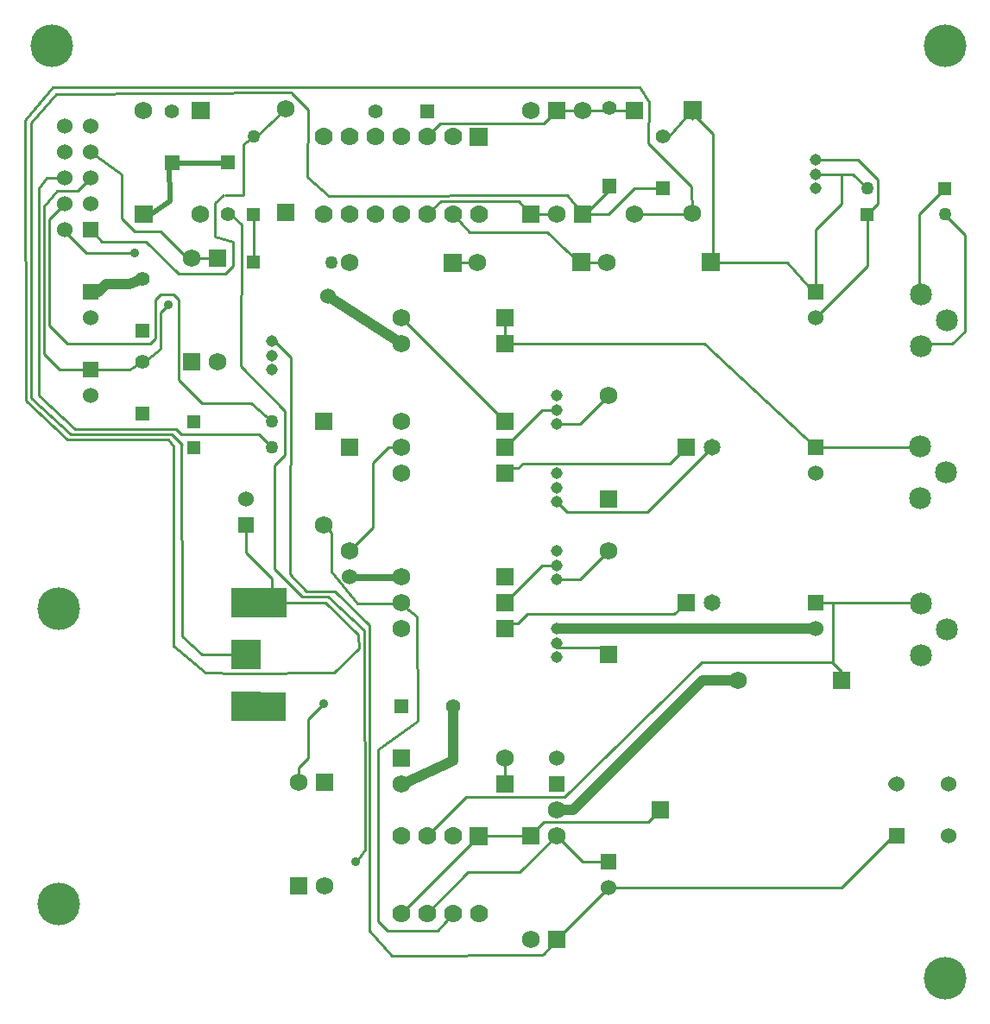
<source format=gbl>
G04 start of page 3 for group 1 idx 1 *
G04 Title: (unknown), ground *
G04 Creator: pcb 20110918 *
G04 CreationDate: Wed 23 Apr 2014 07:32:42 GMT UTC *
G04 For: ksarkies *
G04 Format: Gerber/RS-274X *
G04 PCB-Dimensions: 390000 390000 *
G04 PCB-Coordinate-Origin: lower left *
%MOIN*%
%FSLAX25Y25*%
%LNBOTTOM*%
%ADD59C,0.0780*%
%ADD58C,0.0430*%
%ADD57C,0.1140*%
%ADD56C,0.0280*%
%ADD55C,0.0300*%
%ADD54C,0.0290*%
%ADD53C,0.0380*%
%ADD52C,0.0360*%
%ADD51C,0.0650*%
%ADD50C,0.1650*%
%ADD49C,0.0550*%
%ADD48C,0.0500*%
%ADD47C,0.0700*%
%ADD46C,0.0850*%
%ADD45C,0.0450*%
%ADD44C,0.0680*%
%ADD43C,0.0001*%
%ADD42C,0.0350*%
%ADD41C,0.0250*%
%ADD40C,0.0600*%
%ADD39C,0.0400*%
%ADD38C,0.0200*%
%ADD37C,0.0100*%
G54D37*X216400Y303100D02*X230000Y290000D01*
X272450Y310000D02*X250000D01*
X280000Y291500D02*X279650Y290000D01*
X230000Y310000D02*X240000D01*
X280000Y291500D02*X279650Y290000D01*
X240000Y291500D02*X230000D01*
X224448Y317132D02*X230000Y310000D01*
X210000D02*X205368Y314844D01*
X170000Y310000D02*X175368Y314844D01*
X205368D02*X175368D01*
X180000Y310000D02*X186400Y303100D01*
X216400D02*X186400D01*
X210000Y310000D02*X220000D01*
X189500Y291500D02*X180200D01*
X179900Y291200D01*
X272450Y310200D02*Y310000D01*
X240400Y320900D02*Y319400D01*
X230750Y309750D01*
X336250Y331000D02*X344000Y323250D01*
X334500Y325500D02*X340000Y320000D01*
X344000Y323250D02*Y314000D01*
X340100Y320000D02*X340000D01*
X360000Y310000D02*X370000Y320000D01*
X344000Y314000D02*X340000Y310000D01*
X370100Y320200D02*Y320000D01*
X370000D01*
X336250Y331000D02*X320000D01*
X334500Y325500D02*X330000D01*
X320000D01*
X370000Y310000D02*Y309800D01*
X377700Y302100D01*
X277000Y260000D02*X320000Y220000D01*
X360000D02*X320000D01*
Y270000D02*X340000Y290000D01*
X360000Y280000D02*Y310000D01*
X377700Y302100D02*Y264800D01*
X372800Y259900D01*
X360000Y260000D01*
X110300Y262600D02*X111300Y261000D01*
X110300Y262600D02*Y261700D01*
X117200Y254800D01*
X110000Y261000D02*Y262600D01*
X110300D01*
X110000Y261000D02*X111250D01*
X115000Y234000D02*X98000Y251500D01*
X105000Y225000D02*X110000Y220000D01*
X102000Y237000D02*X110000Y230000D01*
X130000D02*X129950Y230050D01*
X83000Y237000D02*X102000D01*
X160000Y220000D02*X155000D01*
X330000Y325500D02*Y314000D01*
X320000Y304000D02*X330000Y314000D01*
X340100Y320200D02*Y320000D01*
X340000Y290000D02*Y310000D01*
X271950Y320800D02*X272450Y310200D01*
X250000Y320000D02*X261000D01*
X280000Y291500D02*X280300Y291800D01*
X320000Y280000D02*Y304000D01*
X281000Y291500D02*X309000D01*
X320000Y279000D01*
X79000Y293000D02*X78350D01*
X133000Y291500D02*Y290500D01*
X79000Y293000D02*X78350D01*
X79000D02*Y293100D01*
X79250D01*
X92000Y287000D02*X95000Y290000D01*
Y299500D01*
X92000Y317500D02*X99000D01*
X95000Y299500D02*X88000Y301500D01*
Y314500D01*
X91500Y317500D01*
G54D38*X70500Y329800D02*X92800D01*
G54D37*X93000Y330000D01*
G54D38*X70500Y329800D02*X70640Y314860D01*
G54D37*X85500Y310000D03*
X99000Y317500D02*Y337000D01*
X103000Y340000D01*
X102500Y339500D02*X103200D01*
X76000Y287000D02*X92000D01*
X76500D02*X74000D01*
X89000Y293000D02*X77500D01*
X67000Y303500D01*
X74000Y287000D02*X61500Y299500D01*
X117900Y356200D02*X117700Y356700D01*
X26735Y356365D02*X117735Y356965D01*
X117700Y356700D02*X123908Y350500D01*
X25500Y359100D02*X14889Y346700D01*
X25500Y359100D02*X25400D01*
X26750Y356300D02*X17400Y345550D01*
X16922Y345000D02*X17377Y345523D01*
X103200Y339500D02*X115300Y350600D01*
X114600Y349900D01*
X67000Y258000D02*X60507Y252507D01*
X40000Y250000D02*X28000D01*
X22000Y256000D01*
X24000Y267000D02*X31000Y260000D01*
X63000D01*
X65000Y262000D01*
X57000Y295000D02*X56000D01*
G54D39*X60000Y285000D02*X55000Y283000D01*
G54D37*X65000Y262000D02*Y277000D01*
X67000Y279000D01*
Y303500D02*X57000D01*
G54D39*X40000Y280000D02*X43000D01*
X46000Y283000D02*X43000Y280000D01*
X55000Y283000D02*X46000D01*
G54D37*X38500Y295000D02*X57000D01*
X30000Y303400D02*X38500Y295000D01*
X61500Y299500D02*X44500D01*
X32200Y225000D02*X17000Y239000D01*
X20000Y240000D02*X34000Y227000D01*
X15000Y238000D02*X30900Y222900D01*
X70000Y223000D01*
X71200Y224900D02*X32200Y225000D01*
X34000Y227000D02*X73000D01*
X105000Y225000D02*X75059D01*
X73000Y227000D01*
X40000Y280000D03*
X55000Y250000D02*X40000D01*
G54D39*Y270000D02*X39400D01*
X39700Y239700D02*X40000Y240000D01*
Y239700D01*
X39700D01*
G54D40*X79000Y253000D03*
G54D37*X74000Y246000D02*X83000Y237000D01*
X60000Y253000D03*
X55000Y250000D02*X60000Y253000D01*
G54D39*Y233000D02*X59800D01*
G54D37*X67000Y272000D02*X70000Y275000D01*
X67000Y272000D02*Y258000D01*
Y279000D02*X72000D01*
X74000Y277000D01*
Y246000D01*
G54D38*X70640Y314860D02*X63500Y310000D01*
D03*
G54D37*X27000Y319000D02*X35000D01*
X30000Y324000D02*X23000D01*
X27000Y319000D02*X22000Y313000D01*
X30000Y314000D02*X24000Y308000D01*
X15000Y238000D02*X14617Y346383D01*
X17000Y239000D02*X16922Y345000D01*
X22000Y256000D02*Y313000D01*
X23000Y324000D02*X20000Y320000D01*
Y240000D01*
X24000Y308000D02*Y267000D01*
X51902Y325402D02*X40000Y334000D01*
X35000Y319000D02*X40000Y324000D01*
X52000Y308500D02*X52004Y325325D01*
X52000Y325329D01*
X57000Y303500D02*X52000Y308500D01*
X44500Y299500D02*X40000Y304000D01*
X166900Y263100D02*X160000Y270000D01*
X200000D02*Y260000D01*
Y230000D02*X166900Y263100D01*
X161050Y228000D02*X160000D01*
Y230000D01*
Y228000D01*
X161050D01*
X111250Y261000D02*X110300Y262600D01*
G54D39*X131800Y278400D02*Y278800D01*
X131500D01*
G54D37*X160800Y219800D02*X161000Y220000D01*
X155000D02*X149000Y214000D01*
X71999Y220599D02*X72099Y143014D01*
X75000Y221600D02*X75200Y147000D01*
X72100Y143199D02*X72099Y143200D01*
X72100D01*
X100000Y140000D02*X83000D01*
X97304Y132798D02*X84520Y132918D01*
X83000Y140000D02*X75200Y147100D01*
X84395Y133000D02*X72100Y143199D01*
X134300Y164500D02*X147700Y151200D01*
X145800Y149300D02*X131800Y162200D01*
X133000Y172000D02*X143000Y159600D01*
G54D41*X139700Y169700D02*X159700D01*
X160000Y170000D01*
Y169800D01*
X159900Y169700D01*
G54D37*X110000Y160000D02*X130600D01*
X143000Y159600D02*X159600D01*
X160000Y160000D02*Y159900D01*
X159700Y159600D01*
X130600Y160000D02*X143500Y147800D01*
X110000Y169400D02*Y160000D01*
Y160300D02*X110400Y159900D01*
X110000Y160000D02*X110079D01*
X143500Y147800D02*X143600Y142400D01*
X134000Y133000D01*
X97304Y132798D01*
X131800Y162200D02*X121700D01*
X111000Y172900D01*
X123500Y164500D02*X134300D01*
X116900Y171100D02*X123500Y164500D01*
X130000Y190000D02*X133000Y187000D01*
X149000Y214000D02*Y189000D01*
X140000Y180000D01*
X140500Y180500D01*
X133000Y187000D02*Y172000D01*
X100000Y179400D02*X110000Y169400D01*
X75200Y221100D02*X71200Y224900D01*
X70000Y223000D02*X71900Y220400D01*
Y220300D02*X71949Y220349D01*
X115000Y217000D02*Y234000D01*
X117200Y254800D02*X116900Y171100D01*
X111000Y213000D02*X115000Y217000D01*
X111000Y172900D02*Y213000D01*
X100000Y190000D02*X100350Y189650D01*
X100000Y190000D02*Y179400D01*
X131648Y317132D02*X224399Y317183D01*
X175000Y345000D02*X170000Y340000D01*
X215000Y345000D02*X175000D01*
X255750Y353300D02*X255250Y337500D01*
X240000Y350000D02*X250000D01*
X230000D02*X240000D01*
X103000Y310000D02*Y294000D01*
X98000Y251500D02*X98200Y306000D01*
X94000Y310000D02*X98200Y306000D01*
G54D39*X160000Y259800D02*Y260000D01*
Y260500D02*X159800D01*
X131800Y278400D01*
X160000Y260000D02*Y259800D01*
Y260000D02*Y260500D01*
G54D37*X263250Y340000D02*X272450Y350200D01*
Y348900D02*Y348850D01*
X255250Y337500D02*X271950Y320800D01*
X261000Y340000D02*X263250D01*
X272450Y348900D02*Y348850D01*
X280300Y341000D01*
Y291800D01*
X272450Y346800D02*Y348850D01*
Y350200D02*Y348900D01*
Y350200D02*Y348900D01*
Y348850D02*Y346800D01*
Y348850D02*Y348900D01*
Y350200D01*
X123908Y350500D02*X123700Y324200D01*
X131900Y317100D01*
X250000Y320000D02*X240000Y310000D01*
X252150Y359100D02*X25500D01*
X252150D02*X255750Y353300D01*
X220000Y350000D02*X230000D01*
X220000D02*X215000Y345000D01*
X270000Y160000D02*X265450Y155650D01*
G54D39*X290000Y130000D02*X276500D01*
G54D37*X326600Y136800D02*X330000Y133400D01*
X265450Y155650D02*X208600D01*
X240000Y142750D02*X220000D01*
Y144500D02*Y142750D01*
X210000Y70000D02*Y70200D01*
X215100Y75300D01*
G54D39*X276500Y130000D02*X226500Y80000D01*
G54D37*X240000Y142750D02*Y140000D01*
X276000Y137000D02*X223150Y84900D01*
G54D39*X226500Y80000D02*X220300D01*
G54D37*X215100Y75300D02*X255300D01*
X260000Y80000D01*
G54D39*X220300D02*X220000D01*
G54D37*X330000Y50000D02*X240000D01*
G54D39*X350000Y90100D02*X350100D01*
X350000Y90000D02*Y90100D01*
X350100D02*X350000Y90000D01*
G54D37*X330000Y50000D02*X350000Y70000D01*
X326600Y160000D02*Y136800D01*
X326500Y136900D02*X330000Y133400D01*
X320000Y160000D02*X326600D01*
X320000D02*X326600D01*
X218750Y150000D02*X220000D01*
X320000D02*X320100Y149900D01*
X326500Y136900D02*X276000Y137000D01*
G54D39*X320100Y149900D02*X220000Y150000D01*
G54D37*X330000Y133400D02*Y130000D01*
G54D39*X360600Y140600D02*X360300D01*
X360000Y140000D02*Y140600D01*
X360300D01*
X360000Y140000D02*Y140600D01*
X360300D01*
X360600D01*
X370350Y149600D02*X370400D01*
X370000Y150000D02*Y149600D01*
X370350D01*
X370000Y150000D02*Y149600D01*
X370350D02*X370400D01*
G54D37*X326600Y160000D02*X360000D01*
G54D39*X370000Y149550D02*X370350Y149600D01*
X370000D02*Y149550D01*
G54D37*X220000Y199000D02*X223900Y195100D01*
X255100D02*X280000Y220000D01*
X270000D02*X263750Y213750D01*
X220000Y210000D02*X218750D01*
X206900Y213750D02*X205150Y212000D01*
X202000D02*X200000Y210000D01*
X205150Y212000D02*X202000D01*
X200000Y220000D02*X204900Y224900D01*
X263750Y213750D02*X206900D01*
X214500Y234500D02*X204900Y224900D01*
X229000Y229000D02*X240000Y240000D01*
X220000Y234500D02*X214500D01*
X277000Y260000D02*X200000D01*
X360700Y200100D02*X360000Y200000D01*
Y200100D01*
X360700D01*
G54D39*X370000Y210000D02*Y208500D01*
G54D37*X229000Y169000D02*X240000Y180000D01*
X214500Y174500D02*X200000Y160000D01*
X255100Y195100D02*X223900D01*
X220000Y174500D02*X214500D01*
X229000Y229000D02*X220000D01*
X229000Y169000D02*X220000D01*
X208600Y155650D02*X205150Y152000D01*
X159600Y159600D02*X166100Y154800D01*
X202000Y152000D02*X200000Y150000D01*
X205150Y152000D02*X202000D01*
X166100Y154800D02*X166200Y114450D01*
X151150Y103200D02*X151000Y73650D01*
X151150Y103200D02*X166200Y114450D01*
X147700Y151200D02*Y33401D01*
X156400Y23801D01*
X146000Y64300D02*X145800Y149300D01*
X240000Y60000D02*X230000D01*
X240000Y50000D02*X220000Y30000D01*
X214900Y24300D02*X220000Y30000D01*
X190000Y40000D02*X190500Y40500D01*
G54D42*X190000Y40000D02*Y40500D01*
X190500D01*
G54D37*X220000Y70000D02*X230000Y60000D01*
X223150Y84900D02*X184900D01*
G54D39*X220300Y80000D02*X220000D01*
X220300D01*
G54D37*X173900Y33200D02*X180000Y40000D01*
X190000Y70000D02*X160000Y40000D01*
X214803Y23947D02*X155900Y23800D01*
X173900Y33200D02*X154650D01*
X151000Y37000D02*X154650Y33200D01*
X151000Y73650D02*Y37000D01*
X146000Y64700D02*X144400Y62200D01*
X142200Y60000D01*
X142750Y60550D01*
X200000Y100000D02*Y90000D01*
X184900Y84900D02*X170000Y70000D01*
X120290Y90570D02*Y96290D01*
X123900Y99900D01*
Y115000D01*
X129700Y120800D01*
X129650Y120750D02*Y121050D01*
G54D39*X160800Y90100D02*X180100Y98900D01*
X179900Y119200D01*
G54D37*X205800Y55900D02*X220000Y70000D01*
X185800Y55900D02*X170000Y40000D01*
X205800Y55900D02*X185800D01*
X210000Y70000D02*X190000D01*
G54D43*G36*
X196600Y263400D02*Y256600D01*
X203400D01*
Y263400D01*
X196600D01*
G37*
G54D44*X160000Y260000D03*
G54D43*G36*
X196600Y273400D02*Y266600D01*
X203400D01*
Y273400D01*
X196600D01*
G37*
G54D44*X160000Y270000D03*
G54D45*X320000Y320000D03*
G54D43*G36*
X258250Y322750D02*Y317250D01*
X263750D01*
Y322750D01*
X258250D01*
G37*
G36*
X237650Y323650D02*Y318150D01*
X243150D01*
Y323650D01*
X237650D01*
G37*
G54D45*X320000Y325500D03*
G54D43*G36*
X317000Y283000D02*Y277000D01*
X323000D01*
Y283000D01*
X317000D01*
G37*
G54D40*X320000Y270000D03*
G54D46*X360600Y279000D03*
X370600Y269000D03*
X360600Y259000D03*
G54D47*X170000Y310000D03*
G54D44*X139900Y291200D03*
G54D47*X180000Y310000D03*
G54D43*G36*
X226100Y294900D02*Y288100D01*
X232900D01*
Y294900D01*
X226100D01*
G37*
G54D44*X189500Y291500D03*
G54D43*G36*
X276100Y294900D02*Y288100D01*
X282900D01*
Y294900D01*
X276100D01*
G37*
G54D44*X239500Y291500D03*
G54D43*G36*
X176500Y294600D02*Y287800D01*
X183300D01*
Y294600D01*
X176500D01*
G37*
G54D47*X190000Y310000D03*
G54D44*X272450Y310200D03*
X220000Y310000D03*
G54D43*G36*
X226600Y313400D02*Y306600D01*
X233400D01*
Y313400D01*
X226600D01*
G37*
G54D44*X250000Y310000D03*
G54D43*G36*
X337500Y312500D02*Y307500D01*
X342500D01*
Y312500D01*
X337500D01*
G37*
G54D48*X370000Y310000D03*
G54D43*G36*
X367500Y322500D02*Y317500D01*
X372500D01*
Y322500D01*
X367500D01*
G37*
G54D48*X340000Y320000D03*
G54D43*G36*
X269050Y353600D02*Y346800D01*
X275850D01*
Y353600D01*
X269050D01*
G37*
G54D49*X261000Y340000D03*
G54D50*X370000Y375000D03*
G54D44*X210000Y350000D03*
G54D43*G36*
X186500Y343500D02*Y336500D01*
X193500D01*
Y343500D01*
X186500D01*
G37*
G36*
X167250Y352350D02*Y346850D01*
X172750D01*
Y352350D01*
X167250D01*
G37*
G54D49*X150000Y349600D03*
G54D48*X103000Y340000D03*
G54D45*X320000Y331000D03*
G54D43*G36*
X90250Y332750D02*Y327250D01*
X95750D01*
Y332750D01*
X90250D01*
G37*
G36*
X216600Y353400D02*Y346600D01*
X223400D01*
Y353400D01*
X216600D01*
G37*
G54D44*X230000Y350000D03*
G54D43*G36*
X246600Y353400D02*Y346600D01*
X253400D01*
Y353400D01*
X246600D01*
G37*
G54D49*X240400Y350900D03*
G54D43*G36*
X206600Y313400D02*Y306600D01*
X213400D01*
Y313400D01*
X206600D01*
G37*
G36*
X100500Y312500D02*Y307500D01*
X105500D01*
Y312500D01*
X100500D01*
G37*
G36*
X111900Y314000D02*Y307200D01*
X118700D01*
Y314000D01*
X111900D01*
G37*
G54D44*X115300Y350600D03*
G54D43*G36*
X326600Y133400D02*Y126600D01*
X333400D01*
Y133400D01*
X326600D01*
G37*
G54D44*X290000Y130000D03*
G54D45*X220000Y150000D03*
Y144500D03*
Y139000D03*
G54D43*G36*
X236600Y143400D02*Y136600D01*
X243400D01*
Y143400D01*
X236600D01*
G37*
G36*
X317000Y163000D02*Y157000D01*
X323000D01*
Y163000D01*
X317000D01*
G37*
G54D40*X320000Y150000D03*
G54D46*X360800Y159800D03*
X370800Y149800D03*
X360800Y139800D03*
G54D45*X220000Y180000D03*
Y210000D03*
Y204500D03*
Y199000D03*
G54D43*G36*
X236600Y203400D02*Y196600D01*
X243400D01*
Y203400D01*
X236600D01*
G37*
G54D44*X240000Y240000D03*
G54D45*X220000Y174500D03*
Y240000D03*
Y234500D03*
Y229000D03*
G54D43*G36*
X266750Y223250D02*Y216750D01*
X273250D01*
Y223250D01*
X266750D01*
G37*
G54D51*X280000Y220000D03*
G54D44*X240000Y180000D03*
G54D43*G36*
X317000Y223000D02*Y217000D01*
X323000D01*
Y223000D01*
X317000D01*
G37*
G54D46*X360500Y220200D03*
G54D40*X320000Y210000D03*
G54D46*X370500Y210200D03*
X360500Y200200D03*
G54D43*G36*
X237000Y63000D02*Y57000D01*
X243000D01*
Y63000D01*
X237000D01*
G37*
G36*
X256600Y83400D02*Y76600D01*
X263400D01*
Y83400D01*
X256600D01*
G37*
G54D40*X240000Y50000D03*
G54D43*G36*
X206600Y73400D02*Y66600D01*
X213400D01*
Y73400D01*
X206600D01*
G37*
G36*
X217000Y93000D02*Y87000D01*
X223000D01*
Y93000D01*
X217000D01*
G37*
G54D40*X220000Y100000D03*
G54D44*Y80000D03*
G54D50*X370000Y15000D03*
G54D43*G36*
X348400Y72900D02*Y66900D01*
X354400D01*
Y72900D01*
X348400D01*
G37*
G54D40*X371400Y69900D03*
X351400Y89900D03*
X371400D03*
G54D44*X160000Y170000D03*
Y150000D03*
Y90000D03*
G54D43*G36*
X156600Y103400D02*Y96600D01*
X163400D01*
Y103400D01*
X156600D01*
G37*
G36*
X157250Y122750D02*Y117250D01*
X162750D01*
Y122750D01*
X157250D01*
G37*
G36*
X196600Y153400D02*Y146600D01*
X203400D01*
Y153400D01*
X196600D01*
G37*
G54D49*X180000Y120000D03*
G54D43*G36*
X196600Y93400D02*Y86600D01*
X203400D01*
Y93400D01*
X196600D01*
G37*
G36*
X186500Y73500D02*Y66500D01*
X193500D01*
Y73500D01*
X186500D01*
G37*
G54D44*X200000Y100000D03*
G54D47*X160000Y70000D03*
G54D43*G36*
X126890Y93970D02*Y87170D01*
X133690D01*
Y93970D01*
X126890D01*
G37*
G54D44*X120290Y90570D03*
G54D43*G36*
X94250Y125750D02*Y114250D01*
X105750D01*
Y125750D01*
X94250D01*
G37*
G36*
X104500Y125500D02*Y114500D01*
X115500D01*
Y125500D01*
X104500D01*
G37*
G54D47*X160000Y40000D03*
G54D50*X27559Y43543D03*
G54D44*X130290Y50570D03*
G54D43*G36*
X116890Y53970D02*Y47170D01*
X123690D01*
Y53970D01*
X116890D01*
G37*
G54D44*X210000Y30000D03*
G54D47*X180000Y70000D03*
X170000D03*
Y40000D03*
X180000D03*
X190000D03*
G54D43*G36*
X216600Y33400D02*Y26600D01*
X223400D01*
Y33400D01*
X216600D01*
G37*
G54D44*X220000Y70000D03*
G54D45*Y169000D03*
G54D43*G36*
X196600Y163400D02*Y156600D01*
X203400D01*
Y163400D01*
X196600D01*
G37*
G54D44*X160000Y160000D03*
G54D43*G36*
X266750Y163250D02*Y156750D01*
X273250D01*
Y163250D01*
X266750D01*
G37*
G54D51*X280000Y160000D03*
G54D43*G36*
X196600Y173400D02*Y166600D01*
X203400D01*
Y173400D01*
X196600D01*
G37*
G36*
X94250Y145750D02*Y134250D01*
X105750D01*
Y145750D01*
X94250D01*
G37*
G54D50*X27559Y157717D03*
G54D43*G36*
X94250Y165750D02*Y154250D01*
X105750D01*
Y165750D01*
X94250D01*
G37*
G36*
X104250D02*Y154250D01*
X115750D01*
Y165750D01*
X104250D01*
G37*
G36*
X196600Y223400D02*Y216600D01*
X203400D01*
Y223400D01*
X196600D01*
G37*
G54D44*X160000Y220000D03*
G54D43*G36*
X196600Y213400D02*Y206600D01*
X203400D01*
Y213400D01*
X196600D01*
G37*
G54D44*X160000Y210000D03*
G54D43*G36*
X196600Y233400D02*Y226600D01*
X203400D01*
Y233400D01*
X196600D01*
G37*
G54D44*X160000Y230000D03*
G54D43*G36*
X57250Y235750D02*Y230250D01*
X62750D01*
Y235750D01*
X57250D01*
G37*
G54D40*X40000Y240000D03*
G54D43*G36*
X77500Y222500D02*Y217500D01*
X82500D01*
Y222500D01*
X77500D01*
G37*
G36*
Y232500D02*Y227500D01*
X82500D01*
Y232500D01*
X77500D01*
G37*
G54D48*X110000Y220000D03*
Y230000D03*
G54D43*G36*
X126600Y233400D02*Y226600D01*
X133400D01*
Y233400D01*
X126600D01*
G37*
G36*
X136600Y223400D02*Y216600D01*
X143400D01*
Y223400D01*
X136600D01*
G37*
G54D44*X130000Y190000D03*
X140000Y180000D03*
G54D43*G36*
X97000Y193000D02*Y187000D01*
X103000D01*
Y193000D01*
X97000D01*
G37*
G54D40*X100000Y200000D03*
G54D47*X180000Y340000D03*
X170000D03*
X160000D03*
X150000D03*
X140000D03*
X130000D03*
Y310000D03*
G54D48*X133000Y291500D03*
G54D47*X140000Y310000D03*
X150000D03*
X160000D03*
G54D45*X110000Y250000D03*
Y255500D03*
Y261000D03*
G54D50*X25000Y375000D03*
G54D43*G36*
X79100Y353400D02*Y346600D01*
X85900D01*
Y353400D01*
X79100D01*
G37*
G54D44*X60500Y350000D03*
G54D49*X71500Y349800D03*
G54D43*G36*
X75600Y256400D02*Y249600D01*
X82400D01*
Y256400D01*
X75600D01*
G37*
G54D49*X93000Y310000D03*
G54D43*G36*
X100500Y294000D02*Y289000D01*
X105500D01*
Y294000D01*
X100500D01*
G37*
G36*
X85600Y296400D02*Y289600D01*
X92400D01*
Y296400D01*
X85600D01*
G37*
G54D44*X89000Y253000D03*
X79000Y293000D03*
G54D49*X60000Y285000D03*
Y253000D03*
G54D43*G36*
X37000D02*Y247000D01*
X43000D01*
Y253000D01*
X37000D01*
G37*
G54D40*X40000Y270000D03*
G54D43*G36*
X57250Y267750D02*Y262250D01*
X62750D01*
Y267750D01*
X57250D01*
G37*
G54D44*X82500Y310000D03*
G54D43*G36*
X57100Y313400D02*Y306600D01*
X63900D01*
Y313400D01*
X57100D01*
G37*
G36*
X68750Y332550D02*Y327050D01*
X74250D01*
Y332550D01*
X68750D01*
G37*
G36*
X37000Y283000D02*Y277000D01*
X43000D01*
Y283000D01*
X37000D01*
G37*
G36*
Y307000D02*Y301000D01*
X43000D01*
Y307000D01*
X37000D01*
G37*
G54D40*X30000Y304000D03*
X40000Y314000D03*
X30000D03*
X40000Y324000D03*
X30000D03*
X40000Y334000D03*
X30000D03*
X40000Y344000D03*
X30000D03*
G54D52*X142200Y60000D03*
G54D40*X131800Y278400D03*
G54D52*X129900Y120900D03*
G54D40*X140000Y170000D03*
G54D52*X70000Y275000D03*
X57000Y295000D03*
G54D38*G54D42*G54D38*G54D42*G54D38*G54D53*G54D54*G54D55*G54D54*G54D53*G54D56*G54D53*G54D56*G54D53*G54D56*G54D53*G54D55*G54D53*G54D55*G54D57*G54D53*G54D56*G54D55*G54D54*G54D55*G54D53*G54D55*G54D53*G54D55*G54D53*G54D54*G54D53*G54D56*G54D54*G54D53*G54D54*G54D58*G54D53*G54D56*G54D53*G54D56*G54D55*G54D53*G54D55*G54D53*G54D55*G54D53*G54D57*G54D53*G54D55*G54D53*G54D55*G54D53*G54D56*G54D53*G54D56*G54D53*G54D59*G54D48*G54D56*G54D57*G54D53*G54D56*G54D53*G54D54*G54D53*G54D58*G54D53*G54D59*G54D57*G54D59*G54D39*G54D53*G54D55*G54D53*G54D56*G54D55*G54D56*G54D54*G54D57*G54D53*G54D55*G54D53*G54D55*G54D53*G54D55*G54D53*G54D55*G54D53*M02*

</source>
